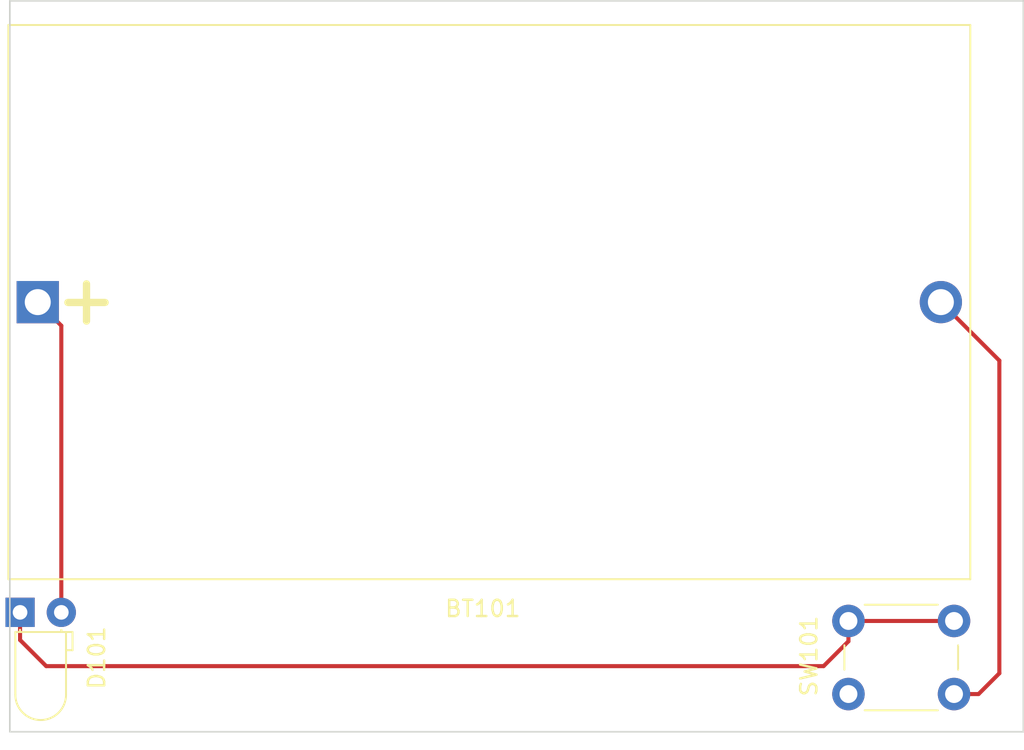
<source format=kicad_pcb>
(kicad_pcb (version 20241229) (generator "pcbnew") (generator_version "9.0")
  (layers (0 "F.Cu" signal) (2 "B.Cu" signal) (13 "F.Paste" user) (15 "B.Paste" user) (5 "F.SilkS" user "F.Silkscreen") (7 "B.SilkS" user "B.Silkscreen") (1 "F.Mask" user) (3 "B.Mask" user) (25 "Edge.Cuts" user))
  (net 0 "")
  (net 1 "+3V0")
  (net 2 "GND")
  (net 3 "Net-(D101-K)")
  (footprint "Battery:BatteryHolder_Bulgin_BX0036_1xC" (layer "F.Cu") (at 114.32 83.55)
    (property "Reference" "BT101" (at 27.4 18.87 0) (layer "F.SilkS"))
    (property "Value" "Battery")
    (fp_line (start -1.81 -17.06) (end -1.81 17.06) (stroke (width 0.12)) (layer "F.SilkS"))
    (fp_line (start -1.81 -17.06) (end 57.41 -17.06) (stroke (width 0.12)) (layer "F.SilkS"))
    (fp_line (start -1.81 17.06) (end 57.41 17.06) (stroke (width 0.12)) (layer "F.SilkS"))
    (fp_line (start 57.41 -17.06) (end 57.41 17.06) (stroke (width 0.12)) (layer "F.SilkS"))
    (fp_text user "+" (at 3 -0.2 0) (layer "F.SilkS") (effects (font (size 3 3) (thickness 0.45))))
    (pad "" np_thru_hole circle (at 11.9 0) (size 3.8 3.8) (drill 3.8) (layers "*.Cu" "*.Mask"))
    (pad "" np_thru_hole circle (at 43.7 0) (size 3.8 3.8) (drill 3.8) (layers "*.Cu" "*.Mask"))
    (pad "1" thru_hole rect (at 0 0) (size 2.6 2.6) (drill 1.6) (layers "*.Cu" "*.Mask") (net 1 "+3V0"))
    (pad "2" thru_hole circle (at 55.6 0) (size 2.6 2.6) (drill 1.6) (layers "*.Cu" "*.Mask") (net 2 "GND"))
  )
  (footprint "LED_THT:LED_D3.0mm_Horizontal_O1.27mm_Z2.0mm" (layer "F.Cu") (at 113.23 102.65)
    (property "Reference" "D101" (at 4.72 2.8 90) (layer "F.SilkS"))
    (property "Value" "LED")
    (fp_line (start -0.29 1.21) (end -0.29 5.07) (stroke (width 0.12)) (layer "F.SilkS"))
    (fp_line (start -0.29 1.21) (end 2.83 1.21) (stroke (width 0.12)) (layer "F.SilkS"))
    (fp_line (start 0 1.08) (end 0 1.08) (stroke (width 0.12)) (layer "F.SilkS"))
    (fp_line (start 0 1.08) (end 0 1.21) (stroke (width 0.12)) (layer "F.SilkS"))
    (fp_line (start 0 1.21) (end 0 1.08) (stroke (width 0.12)) (layer "F.SilkS"))
    (fp_line (start 0 1.21) (end 0 1.21) (stroke (width 0.12)) (layer "F.SilkS"))
    (fp_line (start 2.54 1.08) (end 2.54 1.08) (stroke (width 0.12)) (layer "F.SilkS"))
    (fp_line (start 2.54 1.08) (end 2.54 1.21) (stroke (width 0.12)) (layer "F.SilkS"))
    (fp_line (start 2.54 1.21) (end 2.54 1.08) (stroke (width 0.12)) (layer "F.SilkS"))
    (fp_line (start 2.54 1.21) (end 2.54 1.21) (stroke (width 0.12)) (layer "F.SilkS"))
    (fp_line (start 2.83 1.21) (end 2.83 5.07) (stroke (width 0.12)) (layer "F.SilkS"))
    (fp_line (start 2.83 1.21) (end 3.23 1.21) (stroke (width 0.12)) (layer "F.SilkS"))
    (fp_line (start 2.83 2.33) (end 2.83 1.21) (stroke (width 0.12)) (layer "F.SilkS"))
    (fp_line (start 3.23 1.21) (end 3.23 2.33) (stroke (width 0.12)) (layer "F.SilkS"))
    (fp_line (start 3.23 2.33) (end 2.83 2.33) (stroke (width 0.12)) (layer "F.SilkS"))
    (fp_arc (start 2.83 5.07) (mid 1.27 6.63) (end -0.29 5.07) (stroke (width 0.12)) (layer "F.SilkS"))
    (pad "1" thru_hole rect (at 0 0) (size 1.8 1.8) (drill 0.9) (layers "*.Cu" "*.Mask") (net 3 "Net-(D101-K)"))
    (pad "2" thru_hole circle (at 2.54 0) (size 1.8 1.8) (drill 0.9) (layers "*.Cu" "*.Mask") (net 1 "+3V0"))
  )
  (footprint "Button_Switch_THT:SW_PUSH_6mm" (layer "F.Cu") (at 164.23 103.18)
    (property "Reference" "SW101" (at -2.43 2.16 270) (layer "F.SilkS"))
    (property "Value" "SW_Push")
    (fp_line (start -0.25 1.5) (end -0.25 3) (stroke (width 0.12)) (layer "F.SilkS"))
    (fp_line (start 1 5.5) (end 5.5 5.5) (stroke (width 0.12)) (layer "F.SilkS"))
    (fp_line (start 5.5 -1) (end 1 -1) (stroke (width 0.12)) (layer "F.SilkS"))
    (fp_line (start 6.75 3) (end 6.75 1.5) (stroke (width 0.12)) (layer "F.SilkS"))
    (pad "1" thru_hole circle (at 0 0 90) (size 2 2) (drill 1.1) (layers "*.Cu" "*.Mask") (net 3 "Net-(D101-K)"))
    (pad "1" thru_hole circle (at 6.5 0 90) (size 2 2) (drill 1.1) (layers "*.Cu" "*.Mask") (net 3 "Net-(D101-K)"))
    (pad "2" thru_hole circle (at 0 4.5 90) (size 2 2) (drill 1.1) (layers "*.Cu" "*.Mask") (net 2 "GND"))
    (pad "2" thru_hole circle (at 6.5 4.5 90) (size 2 2) (drill 1.1) (layers "*.Cu" "*.Mask") (net 2 "GND"))
  )
  (gr_line (start 175 110) (end 175 65) (stroke (width 0.1)) (layer "Edge.Cuts"))
  (gr_line (start 112.6 65) (end 112.6 110) (stroke (width 0.1)) (layer "Edge.Cuts"))
  (gr_line (start 175 65) (end 112.6 65) (stroke (width 0.1)) (layer "Edge.Cuts"))
  (gr_line (start 175 110) (end 112.6 110) (stroke (width 0.1)) (layer "Edge.Cuts"))
  (segment (start 115.77 85) (end 114.32 83.55) (width 0.25) (layer "F.Cu") (net 1))
  (segment (start 115.77 102.65) (end 115.77 85) (width 0.25) (layer "F.Cu") (net 1))
  (segment (start 173.52 106.4) (end 173.52 87.15) (width 0.25) (layer "F.Cu") (net 2))
  (segment (start 172.24 107.68) (end 173.52 106.4) (width 0.25) (layer "F.Cu") (net 2))
  (segment (start 173.52 87.15) (end 169.92 83.55) (width 0.25) (layer "F.Cu") (net 2))
  (segment (start 170.73 107.68) (end 172.24 107.68) (width 0.25) (layer "F.Cu") (net 2))
  (segment (start 113.23 102.65) (end 113.23 104.35) (width 0.25) (layer "F.Cu") (net 3))
  (segment (start 114.84 105.96) (end 162.7 105.96) (width 0.25) (layer "F.Cu") (net 3))
  (segment (start 113.23 104.35) (end 114.84 105.96) (width 0.25) (layer "F.Cu") (net 3))
  (segment (start 164.23 103.18) (end 170.73 103.18) (width 0.25) (layer "F.Cu") (net 3))
  (segment (start 162.7 105.96) (end 164.23 104.43) (width 0.25) (layer "F.Cu") (net 3))
  (segment (start 164.23 104.43) (end 164.23 103.18) (width 0.25) (layer "F.Cu") (net 3))
)
</source>
